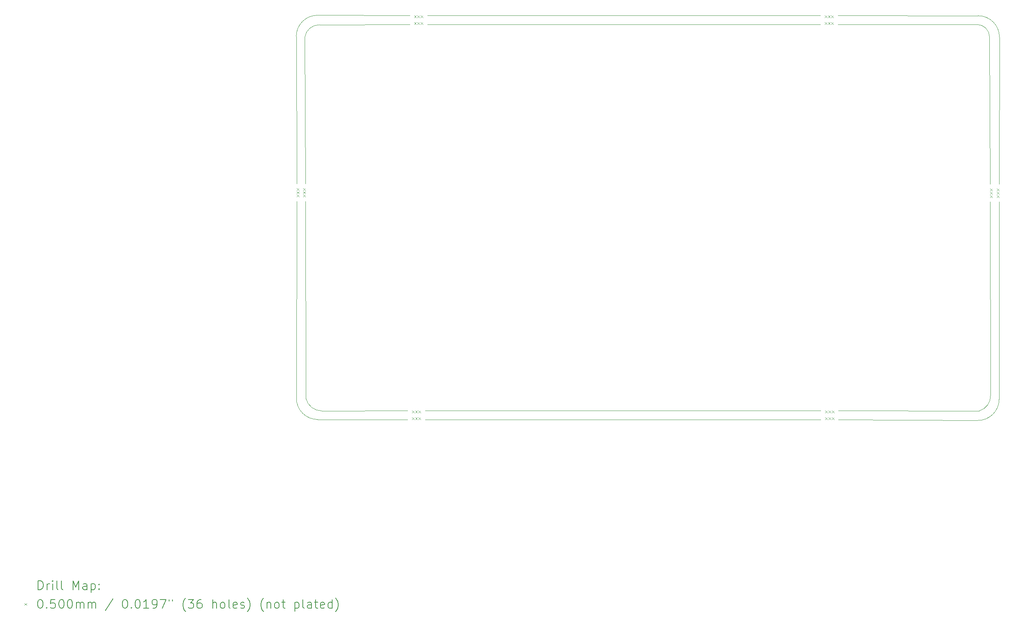
<source format=gbr>
%FSLAX45Y45*%
G04 Gerber Fmt 4.5, Leading zero omitted, Abs format (unit mm)*
G04 Created by KiCad (PCBNEW (6.0.0)) date 2022-08-19 12:32:02*
%MOMM*%
%LPD*%
G01*
G04 APERTURE LIST*
%TA.AperFunction,Profile*%
%ADD10C,0.100000*%
%TD*%
%ADD11C,0.200000*%
%ADD12C,0.050000*%
G04 APERTURE END LIST*
D10*
X10080000Y-12570000D02*
X8153400Y-12573000D01*
X22900274Y-12787273D02*
G75*
G03*
X23382560Y-12309908I4896J477365D01*
G01*
X19760000Y-3880000D02*
X22885400Y-3880390D01*
X23180000Y-7870000D02*
X23190200Y-12217400D01*
X23388165Y-4165286D02*
G75*
G03*
X22910800Y-3683000I-477365J4896D01*
G01*
X10530000Y-3680000D02*
X19360000Y-3680000D01*
X19360000Y-3880000D02*
X10530000Y-3880000D01*
X19370000Y-12570000D02*
X10480000Y-12570000D01*
X23164800Y-4191000D02*
X23165400Y-4160390D01*
X23180000Y-7470000D02*
X23164800Y-4191000D01*
X19770000Y-12570000D02*
X22936200Y-12573000D01*
X8097390Y-3886200D02*
G75*
G03*
X7772400Y-4166200I0J-328604D01*
G01*
X7790000Y-7860000D02*
X7797800Y-12293600D01*
X10130000Y-3880000D02*
X8097390Y-3886200D01*
X19760000Y-3680000D02*
X22910800Y-3683000D01*
X19770000Y-12770000D02*
X22900274Y-12787273D01*
X10480000Y-12770000D02*
X19370000Y-12770000D01*
X7590000Y-7860000D02*
X7583527Y-12283074D01*
X10130000Y-3680000D02*
X8062326Y-3671927D01*
X7583527Y-12283074D02*
G75*
G03*
X8060892Y-12765360I477365J-4896D01*
G01*
X10080000Y-12770000D02*
X8060892Y-12765360D01*
X7797800Y-12293600D02*
G75*
G03*
X8153400Y-12573000I355600J86591D01*
G01*
X22936200Y-12573000D02*
G75*
G03*
X23190200Y-12217400I-102261J341558D01*
G01*
X23380000Y-7870000D02*
X23382560Y-12309908D01*
X7790000Y-7460000D02*
X7772400Y-4166200D01*
X23165400Y-4160390D02*
G75*
G03*
X22885400Y-3880390I-280000J0D01*
G01*
X23380000Y-7470000D02*
X23388165Y-4165286D01*
X7590000Y-7460000D02*
X7580040Y-4149292D01*
X8062326Y-3671927D02*
G75*
G03*
X7580040Y-4149292I-4896J-477365D01*
G01*
D11*
D12*
X7590000Y-7560000D02*
X7640000Y-7610000D01*
X7640000Y-7560000D02*
X7590000Y-7610000D01*
X7590000Y-7635000D02*
X7640000Y-7685000D01*
X7640000Y-7635000D02*
X7590000Y-7685000D01*
X7590000Y-7710000D02*
X7640000Y-7760000D01*
X7640000Y-7710000D02*
X7590000Y-7760000D01*
X7740000Y-7560000D02*
X7790000Y-7610000D01*
X7790000Y-7560000D02*
X7740000Y-7610000D01*
X7740000Y-7635000D02*
X7790000Y-7685000D01*
X7790000Y-7635000D02*
X7740000Y-7685000D01*
X7740000Y-7710000D02*
X7790000Y-7760000D01*
X7790000Y-7710000D02*
X7740000Y-7760000D01*
X10180000Y-12570000D02*
X10230000Y-12620000D01*
X10230000Y-12570000D02*
X10180000Y-12620000D01*
X10180000Y-12720000D02*
X10230000Y-12770000D01*
X10230000Y-12720000D02*
X10180000Y-12770000D01*
X10230000Y-3680000D02*
X10280000Y-3730000D01*
X10280000Y-3680000D02*
X10230000Y-3730000D01*
X10230000Y-3830000D02*
X10280000Y-3880000D01*
X10280000Y-3830000D02*
X10230000Y-3880000D01*
X10255000Y-12570000D02*
X10305000Y-12620000D01*
X10305000Y-12570000D02*
X10255000Y-12620000D01*
X10255000Y-12720000D02*
X10305000Y-12770000D01*
X10305000Y-12720000D02*
X10255000Y-12770000D01*
X10305000Y-3680000D02*
X10355000Y-3730000D01*
X10355000Y-3680000D02*
X10305000Y-3730000D01*
X10305000Y-3830000D02*
X10355000Y-3880000D01*
X10355000Y-3830000D02*
X10305000Y-3880000D01*
X10330000Y-12570000D02*
X10380000Y-12620000D01*
X10380000Y-12570000D02*
X10330000Y-12620000D01*
X10330000Y-12720000D02*
X10380000Y-12770000D01*
X10380000Y-12720000D02*
X10330000Y-12770000D01*
X10380000Y-3680000D02*
X10430000Y-3730000D01*
X10430000Y-3680000D02*
X10380000Y-3730000D01*
X10380000Y-3830000D02*
X10430000Y-3880000D01*
X10430000Y-3830000D02*
X10380000Y-3880000D01*
X19460000Y-3680000D02*
X19510000Y-3730000D01*
X19510000Y-3680000D02*
X19460000Y-3730000D01*
X19460000Y-3830000D02*
X19510000Y-3880000D01*
X19510000Y-3830000D02*
X19460000Y-3880000D01*
X19470000Y-12570000D02*
X19520000Y-12620000D01*
X19520000Y-12570000D02*
X19470000Y-12620000D01*
X19470000Y-12720000D02*
X19520000Y-12770000D01*
X19520000Y-12720000D02*
X19470000Y-12770000D01*
X19535000Y-3680000D02*
X19585000Y-3730000D01*
X19585000Y-3680000D02*
X19535000Y-3730000D01*
X19535000Y-3830000D02*
X19585000Y-3880000D01*
X19585000Y-3830000D02*
X19535000Y-3880000D01*
X19545000Y-12570000D02*
X19595000Y-12620000D01*
X19595000Y-12570000D02*
X19545000Y-12620000D01*
X19545000Y-12720000D02*
X19595000Y-12770000D01*
X19595000Y-12720000D02*
X19545000Y-12770000D01*
X19610000Y-3680000D02*
X19660000Y-3730000D01*
X19660000Y-3680000D02*
X19610000Y-3730000D01*
X19610000Y-3830000D02*
X19660000Y-3880000D01*
X19660000Y-3830000D02*
X19610000Y-3880000D01*
X19620000Y-12570000D02*
X19670000Y-12620000D01*
X19670000Y-12570000D02*
X19620000Y-12620000D01*
X19620000Y-12720000D02*
X19670000Y-12770000D01*
X19670000Y-12720000D02*
X19620000Y-12770000D01*
X23180000Y-7570000D02*
X23230000Y-7620000D01*
X23230000Y-7570000D02*
X23180000Y-7620000D01*
X23180000Y-7645000D02*
X23230000Y-7695000D01*
X23230000Y-7645000D02*
X23180000Y-7695000D01*
X23180000Y-7720000D02*
X23230000Y-7770000D01*
X23230000Y-7720000D02*
X23180000Y-7770000D01*
X23330000Y-7570000D02*
X23380000Y-7620000D01*
X23380000Y-7570000D02*
X23330000Y-7620000D01*
X23330000Y-7645000D02*
X23380000Y-7695000D01*
X23380000Y-7645000D02*
X23330000Y-7695000D01*
X23330000Y-7720000D02*
X23380000Y-7770000D01*
X23380000Y-7720000D02*
X23330000Y-7770000D01*
D11*
X1778619Y-16592476D02*
X1778619Y-16392476D01*
X1826238Y-16392476D01*
X1854809Y-16402000D01*
X1873857Y-16421048D01*
X1883381Y-16440095D01*
X1892905Y-16478190D01*
X1892905Y-16506762D01*
X1883381Y-16544857D01*
X1873857Y-16563905D01*
X1854809Y-16582952D01*
X1826238Y-16592476D01*
X1778619Y-16592476D01*
X1978619Y-16592476D02*
X1978619Y-16459143D01*
X1978619Y-16497238D02*
X1988143Y-16478190D01*
X1997667Y-16468667D01*
X2016714Y-16459143D01*
X2035762Y-16459143D01*
X2102429Y-16592476D02*
X2102429Y-16459143D01*
X2102429Y-16392476D02*
X2092905Y-16402000D01*
X2102429Y-16411524D01*
X2111952Y-16402000D01*
X2102429Y-16392476D01*
X2102429Y-16411524D01*
X2226238Y-16592476D02*
X2207190Y-16582952D01*
X2197667Y-16563905D01*
X2197667Y-16392476D01*
X2331000Y-16592476D02*
X2311952Y-16582952D01*
X2302429Y-16563905D01*
X2302429Y-16392476D01*
X2559571Y-16592476D02*
X2559571Y-16392476D01*
X2626238Y-16535333D01*
X2692905Y-16392476D01*
X2692905Y-16592476D01*
X2873857Y-16592476D02*
X2873857Y-16487714D01*
X2864333Y-16468667D01*
X2845286Y-16459143D01*
X2807190Y-16459143D01*
X2788143Y-16468667D01*
X2873857Y-16582952D02*
X2854809Y-16592476D01*
X2807190Y-16592476D01*
X2788143Y-16582952D01*
X2778619Y-16563905D01*
X2778619Y-16544857D01*
X2788143Y-16525809D01*
X2807190Y-16516286D01*
X2854809Y-16516286D01*
X2873857Y-16506762D01*
X2969095Y-16459143D02*
X2969095Y-16659143D01*
X2969095Y-16468667D02*
X2988143Y-16459143D01*
X3026238Y-16459143D01*
X3045286Y-16468667D01*
X3054809Y-16478190D01*
X3064333Y-16497238D01*
X3064333Y-16554381D01*
X3054809Y-16573428D01*
X3045286Y-16582952D01*
X3026238Y-16592476D01*
X2988143Y-16592476D01*
X2969095Y-16582952D01*
X3150048Y-16573428D02*
X3159571Y-16582952D01*
X3150048Y-16592476D01*
X3140524Y-16582952D01*
X3150048Y-16573428D01*
X3150048Y-16592476D01*
X3150048Y-16468667D02*
X3159571Y-16478190D01*
X3150048Y-16487714D01*
X3140524Y-16478190D01*
X3150048Y-16468667D01*
X3150048Y-16487714D01*
D12*
X1471000Y-16897000D02*
X1521000Y-16947000D01*
X1521000Y-16897000D02*
X1471000Y-16947000D01*
D11*
X1816714Y-16812476D02*
X1835762Y-16812476D01*
X1854809Y-16822000D01*
X1864333Y-16831524D01*
X1873857Y-16850571D01*
X1883381Y-16888667D01*
X1883381Y-16936286D01*
X1873857Y-16974381D01*
X1864333Y-16993429D01*
X1854809Y-17002952D01*
X1835762Y-17012476D01*
X1816714Y-17012476D01*
X1797667Y-17002952D01*
X1788143Y-16993429D01*
X1778619Y-16974381D01*
X1769095Y-16936286D01*
X1769095Y-16888667D01*
X1778619Y-16850571D01*
X1788143Y-16831524D01*
X1797667Y-16822000D01*
X1816714Y-16812476D01*
X1969095Y-16993429D02*
X1978619Y-17002952D01*
X1969095Y-17012476D01*
X1959571Y-17002952D01*
X1969095Y-16993429D01*
X1969095Y-17012476D01*
X2159571Y-16812476D02*
X2064333Y-16812476D01*
X2054809Y-16907714D01*
X2064333Y-16898190D01*
X2083381Y-16888667D01*
X2131000Y-16888667D01*
X2150048Y-16898190D01*
X2159571Y-16907714D01*
X2169095Y-16926762D01*
X2169095Y-16974381D01*
X2159571Y-16993429D01*
X2150048Y-17002952D01*
X2131000Y-17012476D01*
X2083381Y-17012476D01*
X2064333Y-17002952D01*
X2054809Y-16993429D01*
X2292905Y-16812476D02*
X2311952Y-16812476D01*
X2331000Y-16822000D01*
X2340524Y-16831524D01*
X2350048Y-16850571D01*
X2359571Y-16888667D01*
X2359571Y-16936286D01*
X2350048Y-16974381D01*
X2340524Y-16993429D01*
X2331000Y-17002952D01*
X2311952Y-17012476D01*
X2292905Y-17012476D01*
X2273857Y-17002952D01*
X2264333Y-16993429D01*
X2254810Y-16974381D01*
X2245286Y-16936286D01*
X2245286Y-16888667D01*
X2254810Y-16850571D01*
X2264333Y-16831524D01*
X2273857Y-16822000D01*
X2292905Y-16812476D01*
X2483381Y-16812476D02*
X2502429Y-16812476D01*
X2521476Y-16822000D01*
X2531000Y-16831524D01*
X2540524Y-16850571D01*
X2550048Y-16888667D01*
X2550048Y-16936286D01*
X2540524Y-16974381D01*
X2531000Y-16993429D01*
X2521476Y-17002952D01*
X2502429Y-17012476D01*
X2483381Y-17012476D01*
X2464333Y-17002952D01*
X2454810Y-16993429D01*
X2445286Y-16974381D01*
X2435762Y-16936286D01*
X2435762Y-16888667D01*
X2445286Y-16850571D01*
X2454810Y-16831524D01*
X2464333Y-16822000D01*
X2483381Y-16812476D01*
X2635762Y-17012476D02*
X2635762Y-16879143D01*
X2635762Y-16898190D02*
X2645286Y-16888667D01*
X2664333Y-16879143D01*
X2692905Y-16879143D01*
X2711952Y-16888667D01*
X2721476Y-16907714D01*
X2721476Y-17012476D01*
X2721476Y-16907714D02*
X2731000Y-16888667D01*
X2750048Y-16879143D01*
X2778619Y-16879143D01*
X2797667Y-16888667D01*
X2807190Y-16907714D01*
X2807190Y-17012476D01*
X2902428Y-17012476D02*
X2902428Y-16879143D01*
X2902428Y-16898190D02*
X2911952Y-16888667D01*
X2931000Y-16879143D01*
X2959571Y-16879143D01*
X2978619Y-16888667D01*
X2988143Y-16907714D01*
X2988143Y-17012476D01*
X2988143Y-16907714D02*
X2997667Y-16888667D01*
X3016714Y-16879143D01*
X3045286Y-16879143D01*
X3064333Y-16888667D01*
X3073857Y-16907714D01*
X3073857Y-17012476D01*
X3464333Y-16802952D02*
X3292905Y-17060095D01*
X3721476Y-16812476D02*
X3740524Y-16812476D01*
X3759571Y-16822000D01*
X3769095Y-16831524D01*
X3778619Y-16850571D01*
X3788143Y-16888667D01*
X3788143Y-16936286D01*
X3778619Y-16974381D01*
X3769095Y-16993429D01*
X3759571Y-17002952D01*
X3740524Y-17012476D01*
X3721476Y-17012476D01*
X3702428Y-17002952D01*
X3692905Y-16993429D01*
X3683381Y-16974381D01*
X3673857Y-16936286D01*
X3673857Y-16888667D01*
X3683381Y-16850571D01*
X3692905Y-16831524D01*
X3702428Y-16822000D01*
X3721476Y-16812476D01*
X3873857Y-16993429D02*
X3883381Y-17002952D01*
X3873857Y-17012476D01*
X3864333Y-17002952D01*
X3873857Y-16993429D01*
X3873857Y-17012476D01*
X4007190Y-16812476D02*
X4026238Y-16812476D01*
X4045286Y-16822000D01*
X4054809Y-16831524D01*
X4064333Y-16850571D01*
X4073857Y-16888667D01*
X4073857Y-16936286D01*
X4064333Y-16974381D01*
X4054809Y-16993429D01*
X4045286Y-17002952D01*
X4026238Y-17012476D01*
X4007190Y-17012476D01*
X3988143Y-17002952D01*
X3978619Y-16993429D01*
X3969095Y-16974381D01*
X3959571Y-16936286D01*
X3959571Y-16888667D01*
X3969095Y-16850571D01*
X3978619Y-16831524D01*
X3988143Y-16822000D01*
X4007190Y-16812476D01*
X4264333Y-17012476D02*
X4150048Y-17012476D01*
X4207190Y-17012476D02*
X4207190Y-16812476D01*
X4188143Y-16841048D01*
X4169095Y-16860095D01*
X4150048Y-16869619D01*
X4359571Y-17012476D02*
X4397667Y-17012476D01*
X4416714Y-17002952D01*
X4426238Y-16993429D01*
X4445286Y-16964857D01*
X4454810Y-16926762D01*
X4454810Y-16850571D01*
X4445286Y-16831524D01*
X4435762Y-16822000D01*
X4416714Y-16812476D01*
X4378619Y-16812476D01*
X4359571Y-16822000D01*
X4350048Y-16831524D01*
X4340524Y-16850571D01*
X4340524Y-16898190D01*
X4350048Y-16917238D01*
X4359571Y-16926762D01*
X4378619Y-16936286D01*
X4416714Y-16936286D01*
X4435762Y-16926762D01*
X4445286Y-16917238D01*
X4454810Y-16898190D01*
X4521476Y-16812476D02*
X4654810Y-16812476D01*
X4569095Y-17012476D01*
X4721476Y-16812476D02*
X4721476Y-16850571D01*
X4797667Y-16812476D02*
X4797667Y-16850571D01*
X5092905Y-17088667D02*
X5083381Y-17079143D01*
X5064333Y-17050571D01*
X5054810Y-17031524D01*
X5045286Y-17002952D01*
X5035762Y-16955333D01*
X5035762Y-16917238D01*
X5045286Y-16869619D01*
X5054810Y-16841048D01*
X5064333Y-16822000D01*
X5083381Y-16793429D01*
X5092905Y-16783905D01*
X5150048Y-16812476D02*
X5273857Y-16812476D01*
X5207190Y-16888667D01*
X5235762Y-16888667D01*
X5254810Y-16898190D01*
X5264333Y-16907714D01*
X5273857Y-16926762D01*
X5273857Y-16974381D01*
X5264333Y-16993429D01*
X5254810Y-17002952D01*
X5235762Y-17012476D01*
X5178619Y-17012476D01*
X5159571Y-17002952D01*
X5150048Y-16993429D01*
X5445286Y-16812476D02*
X5407190Y-16812476D01*
X5388143Y-16822000D01*
X5378619Y-16831524D01*
X5359571Y-16860095D01*
X5350048Y-16898190D01*
X5350048Y-16974381D01*
X5359571Y-16993429D01*
X5369095Y-17002952D01*
X5388143Y-17012476D01*
X5426238Y-17012476D01*
X5445286Y-17002952D01*
X5454810Y-16993429D01*
X5464333Y-16974381D01*
X5464333Y-16926762D01*
X5454810Y-16907714D01*
X5445286Y-16898190D01*
X5426238Y-16888667D01*
X5388143Y-16888667D01*
X5369095Y-16898190D01*
X5359571Y-16907714D01*
X5350048Y-16926762D01*
X5702428Y-17012476D02*
X5702428Y-16812476D01*
X5788143Y-17012476D02*
X5788143Y-16907714D01*
X5778619Y-16888667D01*
X5759571Y-16879143D01*
X5731000Y-16879143D01*
X5711952Y-16888667D01*
X5702428Y-16898190D01*
X5911952Y-17012476D02*
X5892905Y-17002952D01*
X5883381Y-16993429D01*
X5873857Y-16974381D01*
X5873857Y-16917238D01*
X5883381Y-16898190D01*
X5892905Y-16888667D01*
X5911952Y-16879143D01*
X5940524Y-16879143D01*
X5959571Y-16888667D01*
X5969095Y-16898190D01*
X5978619Y-16917238D01*
X5978619Y-16974381D01*
X5969095Y-16993429D01*
X5959571Y-17002952D01*
X5940524Y-17012476D01*
X5911952Y-17012476D01*
X6092905Y-17012476D02*
X6073857Y-17002952D01*
X6064333Y-16983905D01*
X6064333Y-16812476D01*
X6245286Y-17002952D02*
X6226238Y-17012476D01*
X6188143Y-17012476D01*
X6169095Y-17002952D01*
X6159571Y-16983905D01*
X6159571Y-16907714D01*
X6169095Y-16888667D01*
X6188143Y-16879143D01*
X6226238Y-16879143D01*
X6245286Y-16888667D01*
X6254809Y-16907714D01*
X6254809Y-16926762D01*
X6159571Y-16945810D01*
X6331000Y-17002952D02*
X6350048Y-17012476D01*
X6388143Y-17012476D01*
X6407190Y-17002952D01*
X6416714Y-16983905D01*
X6416714Y-16974381D01*
X6407190Y-16955333D01*
X6388143Y-16945810D01*
X6359571Y-16945810D01*
X6340524Y-16936286D01*
X6331000Y-16917238D01*
X6331000Y-16907714D01*
X6340524Y-16888667D01*
X6359571Y-16879143D01*
X6388143Y-16879143D01*
X6407190Y-16888667D01*
X6483381Y-17088667D02*
X6492905Y-17079143D01*
X6511952Y-17050571D01*
X6521476Y-17031524D01*
X6531000Y-17002952D01*
X6540524Y-16955333D01*
X6540524Y-16917238D01*
X6531000Y-16869619D01*
X6521476Y-16841048D01*
X6511952Y-16822000D01*
X6492905Y-16793429D01*
X6483381Y-16783905D01*
X6845286Y-17088667D02*
X6835762Y-17079143D01*
X6816714Y-17050571D01*
X6807190Y-17031524D01*
X6797667Y-17002952D01*
X6788143Y-16955333D01*
X6788143Y-16917238D01*
X6797667Y-16869619D01*
X6807190Y-16841048D01*
X6816714Y-16822000D01*
X6835762Y-16793429D01*
X6845286Y-16783905D01*
X6921476Y-16879143D02*
X6921476Y-17012476D01*
X6921476Y-16898190D02*
X6931000Y-16888667D01*
X6950048Y-16879143D01*
X6978619Y-16879143D01*
X6997667Y-16888667D01*
X7007190Y-16907714D01*
X7007190Y-17012476D01*
X7131000Y-17012476D02*
X7111952Y-17002952D01*
X7102428Y-16993429D01*
X7092905Y-16974381D01*
X7092905Y-16917238D01*
X7102428Y-16898190D01*
X7111952Y-16888667D01*
X7131000Y-16879143D01*
X7159571Y-16879143D01*
X7178619Y-16888667D01*
X7188143Y-16898190D01*
X7197667Y-16917238D01*
X7197667Y-16974381D01*
X7188143Y-16993429D01*
X7178619Y-17002952D01*
X7159571Y-17012476D01*
X7131000Y-17012476D01*
X7254809Y-16879143D02*
X7331000Y-16879143D01*
X7283381Y-16812476D02*
X7283381Y-16983905D01*
X7292905Y-17002952D01*
X7311952Y-17012476D01*
X7331000Y-17012476D01*
X7550048Y-16879143D02*
X7550048Y-17079143D01*
X7550048Y-16888667D02*
X7569095Y-16879143D01*
X7607190Y-16879143D01*
X7626238Y-16888667D01*
X7635762Y-16898190D01*
X7645286Y-16917238D01*
X7645286Y-16974381D01*
X7635762Y-16993429D01*
X7626238Y-17002952D01*
X7607190Y-17012476D01*
X7569095Y-17012476D01*
X7550048Y-17002952D01*
X7759571Y-17012476D02*
X7740524Y-17002952D01*
X7731000Y-16983905D01*
X7731000Y-16812476D01*
X7921476Y-17012476D02*
X7921476Y-16907714D01*
X7911952Y-16888667D01*
X7892905Y-16879143D01*
X7854809Y-16879143D01*
X7835762Y-16888667D01*
X7921476Y-17002952D02*
X7902428Y-17012476D01*
X7854809Y-17012476D01*
X7835762Y-17002952D01*
X7826238Y-16983905D01*
X7826238Y-16964857D01*
X7835762Y-16945810D01*
X7854809Y-16936286D01*
X7902428Y-16936286D01*
X7921476Y-16926762D01*
X7988143Y-16879143D02*
X8064333Y-16879143D01*
X8016714Y-16812476D02*
X8016714Y-16983905D01*
X8026238Y-17002952D01*
X8045286Y-17012476D01*
X8064333Y-17012476D01*
X8207190Y-17002952D02*
X8188143Y-17012476D01*
X8150048Y-17012476D01*
X8131000Y-17002952D01*
X8121476Y-16983905D01*
X8121476Y-16907714D01*
X8131000Y-16888667D01*
X8150048Y-16879143D01*
X8188143Y-16879143D01*
X8207190Y-16888667D01*
X8216714Y-16907714D01*
X8216714Y-16926762D01*
X8121476Y-16945810D01*
X8388143Y-17012476D02*
X8388143Y-16812476D01*
X8388143Y-17002952D02*
X8369095Y-17012476D01*
X8331000Y-17012476D01*
X8311952Y-17002952D01*
X8302428Y-16993429D01*
X8292905Y-16974381D01*
X8292905Y-16917238D01*
X8302428Y-16898190D01*
X8311952Y-16888667D01*
X8331000Y-16879143D01*
X8369095Y-16879143D01*
X8388143Y-16888667D01*
X8464333Y-17088667D02*
X8473857Y-17079143D01*
X8492905Y-17050571D01*
X8502429Y-17031524D01*
X8511952Y-17002952D01*
X8521476Y-16955333D01*
X8521476Y-16917238D01*
X8511952Y-16869619D01*
X8502429Y-16841048D01*
X8492905Y-16822000D01*
X8473857Y-16793429D01*
X8464333Y-16783905D01*
M02*

</source>
